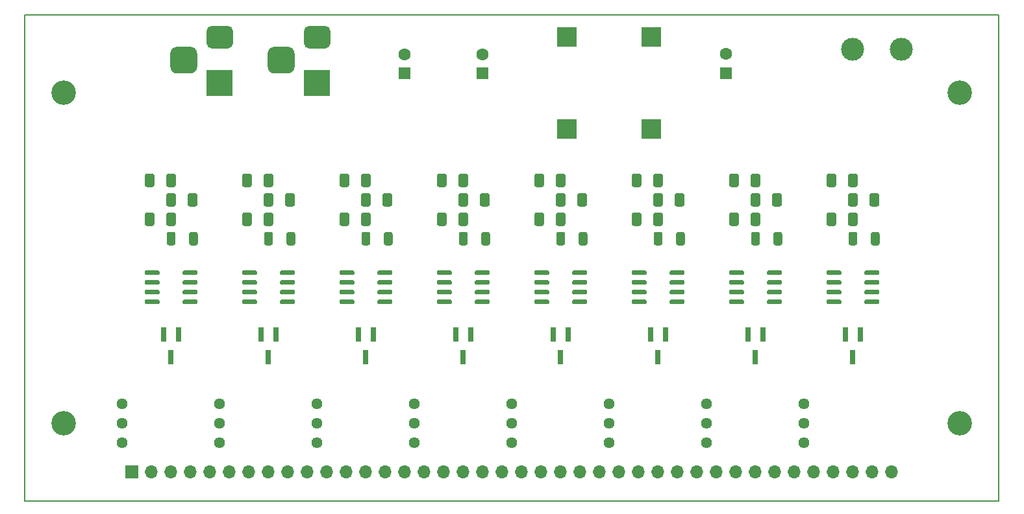
<source format=gbr>
G04 #@! TF.GenerationSoftware,KiCad,Pcbnew,5.1.8+dfsg1-1+b1*
G04 #@! TF.CreationDate,2021-05-07T15:05:44-05:00*
G04 #@! TF.ProjectId,potentiosynth,706f7465-6e74-4696-9f73-796e74682e6b,A*
G04 #@! TF.SameCoordinates,Original*
G04 #@! TF.FileFunction,Soldermask,Top*
G04 #@! TF.FilePolarity,Negative*
%FSLAX46Y46*%
G04 Gerber Fmt 4.6, Leading zero omitted, Abs format (unit mm)*
G04 Created by KiCad (PCBNEW 5.1.8+dfsg1-1+b1) date 2021-05-07 15:05:44*
%MOMM*%
%LPD*%
G01*
G04 APERTURE LIST*
G04 #@! TA.AperFunction,Profile*
%ADD10C,0.150000*%
G04 #@! TD*
%ADD11R,2.500000X2.500000*%
%ADD12C,1.440000*%
%ADD13R,0.800000X1.900000*%
%ADD14R,3.500000X3.500000*%
%ADD15C,3.200000*%
%ADD16O,1.700000X1.700000*%
%ADD17R,1.700000X1.700000*%
%ADD18C,3.000000*%
%ADD19C,1.600000*%
%ADD20R,1.600000X1.600000*%
G04 APERTURE END LIST*
D10*
X50800000Y-127000000D02*
X177800000Y-127000000D01*
X50800000Y-63500000D02*
X177800000Y-63500000D01*
X50800000Y-127000000D02*
X50800000Y-63500000D01*
X177800000Y-127000000D02*
X177800000Y-63500000D01*
D11*
X121500000Y-78390000D03*
X132500000Y-78390000D03*
X132500000Y-66390000D03*
X121500000Y-66390000D03*
G36*
G01*
X160250000Y-97305000D02*
X160250000Y-97005000D01*
G75*
G02*
X160400000Y-96855000I150000J0D01*
G01*
X162050000Y-96855000D01*
G75*
G02*
X162200000Y-97005000I0J-150000D01*
G01*
X162200000Y-97305000D01*
G75*
G02*
X162050000Y-97455000I-150000J0D01*
G01*
X160400000Y-97455000D01*
G75*
G02*
X160250000Y-97305000I0J150000D01*
G01*
G37*
G36*
G01*
X160250000Y-98575000D02*
X160250000Y-98275000D01*
G75*
G02*
X160400000Y-98125000I150000J0D01*
G01*
X162050000Y-98125000D01*
G75*
G02*
X162200000Y-98275000I0J-150000D01*
G01*
X162200000Y-98575000D01*
G75*
G02*
X162050000Y-98725000I-150000J0D01*
G01*
X160400000Y-98725000D01*
G75*
G02*
X160250000Y-98575000I0J150000D01*
G01*
G37*
G36*
G01*
X160250000Y-99845000D02*
X160250000Y-99545000D01*
G75*
G02*
X160400000Y-99395000I150000J0D01*
G01*
X162050000Y-99395000D01*
G75*
G02*
X162200000Y-99545000I0J-150000D01*
G01*
X162200000Y-99845000D01*
G75*
G02*
X162050000Y-99995000I-150000J0D01*
G01*
X160400000Y-99995000D01*
G75*
G02*
X160250000Y-99845000I0J150000D01*
G01*
G37*
G36*
G01*
X160250000Y-101115000D02*
X160250000Y-100815000D01*
G75*
G02*
X160400000Y-100665000I150000J0D01*
G01*
X162050000Y-100665000D01*
G75*
G02*
X162200000Y-100815000I0J-150000D01*
G01*
X162200000Y-101115000D01*
G75*
G02*
X162050000Y-101265000I-150000J0D01*
G01*
X160400000Y-101265000D01*
G75*
G02*
X160250000Y-101115000I0J150000D01*
G01*
G37*
G36*
G01*
X155300000Y-101115000D02*
X155300000Y-100815000D01*
G75*
G02*
X155450000Y-100665000I150000J0D01*
G01*
X157100000Y-100665000D01*
G75*
G02*
X157250000Y-100815000I0J-150000D01*
G01*
X157250000Y-101115000D01*
G75*
G02*
X157100000Y-101265000I-150000J0D01*
G01*
X155450000Y-101265000D01*
G75*
G02*
X155300000Y-101115000I0J150000D01*
G01*
G37*
G36*
G01*
X155300000Y-99845000D02*
X155300000Y-99545000D01*
G75*
G02*
X155450000Y-99395000I150000J0D01*
G01*
X157100000Y-99395000D01*
G75*
G02*
X157250000Y-99545000I0J-150000D01*
G01*
X157250000Y-99845000D01*
G75*
G02*
X157100000Y-99995000I-150000J0D01*
G01*
X155450000Y-99995000D01*
G75*
G02*
X155300000Y-99845000I0J150000D01*
G01*
G37*
G36*
G01*
X155300000Y-98575000D02*
X155300000Y-98275000D01*
G75*
G02*
X155450000Y-98125000I150000J0D01*
G01*
X157100000Y-98125000D01*
G75*
G02*
X157250000Y-98275000I0J-150000D01*
G01*
X157250000Y-98575000D01*
G75*
G02*
X157100000Y-98725000I-150000J0D01*
G01*
X155450000Y-98725000D01*
G75*
G02*
X155300000Y-98575000I0J150000D01*
G01*
G37*
G36*
G01*
X155300000Y-97305000D02*
X155300000Y-97005000D01*
G75*
G02*
X155450000Y-96855000I150000J0D01*
G01*
X157100000Y-96855000D01*
G75*
G02*
X157250000Y-97005000I0J-150000D01*
G01*
X157250000Y-97305000D01*
G75*
G02*
X157100000Y-97455000I-150000J0D01*
G01*
X155450000Y-97455000D01*
G75*
G02*
X155300000Y-97305000I0J150000D01*
G01*
G37*
G36*
G01*
X147550000Y-97305000D02*
X147550000Y-97005000D01*
G75*
G02*
X147700000Y-96855000I150000J0D01*
G01*
X149350000Y-96855000D01*
G75*
G02*
X149500000Y-97005000I0J-150000D01*
G01*
X149500000Y-97305000D01*
G75*
G02*
X149350000Y-97455000I-150000J0D01*
G01*
X147700000Y-97455000D01*
G75*
G02*
X147550000Y-97305000I0J150000D01*
G01*
G37*
G36*
G01*
X147550000Y-98575000D02*
X147550000Y-98275000D01*
G75*
G02*
X147700000Y-98125000I150000J0D01*
G01*
X149350000Y-98125000D01*
G75*
G02*
X149500000Y-98275000I0J-150000D01*
G01*
X149500000Y-98575000D01*
G75*
G02*
X149350000Y-98725000I-150000J0D01*
G01*
X147700000Y-98725000D01*
G75*
G02*
X147550000Y-98575000I0J150000D01*
G01*
G37*
G36*
G01*
X147550000Y-99845000D02*
X147550000Y-99545000D01*
G75*
G02*
X147700000Y-99395000I150000J0D01*
G01*
X149350000Y-99395000D01*
G75*
G02*
X149500000Y-99545000I0J-150000D01*
G01*
X149500000Y-99845000D01*
G75*
G02*
X149350000Y-99995000I-150000J0D01*
G01*
X147700000Y-99995000D01*
G75*
G02*
X147550000Y-99845000I0J150000D01*
G01*
G37*
G36*
G01*
X147550000Y-101115000D02*
X147550000Y-100815000D01*
G75*
G02*
X147700000Y-100665000I150000J0D01*
G01*
X149350000Y-100665000D01*
G75*
G02*
X149500000Y-100815000I0J-150000D01*
G01*
X149500000Y-101115000D01*
G75*
G02*
X149350000Y-101265000I-150000J0D01*
G01*
X147700000Y-101265000D01*
G75*
G02*
X147550000Y-101115000I0J150000D01*
G01*
G37*
G36*
G01*
X142600000Y-101115000D02*
X142600000Y-100815000D01*
G75*
G02*
X142750000Y-100665000I150000J0D01*
G01*
X144400000Y-100665000D01*
G75*
G02*
X144550000Y-100815000I0J-150000D01*
G01*
X144550000Y-101115000D01*
G75*
G02*
X144400000Y-101265000I-150000J0D01*
G01*
X142750000Y-101265000D01*
G75*
G02*
X142600000Y-101115000I0J150000D01*
G01*
G37*
G36*
G01*
X142600000Y-99845000D02*
X142600000Y-99545000D01*
G75*
G02*
X142750000Y-99395000I150000J0D01*
G01*
X144400000Y-99395000D01*
G75*
G02*
X144550000Y-99545000I0J-150000D01*
G01*
X144550000Y-99845000D01*
G75*
G02*
X144400000Y-99995000I-150000J0D01*
G01*
X142750000Y-99995000D01*
G75*
G02*
X142600000Y-99845000I0J150000D01*
G01*
G37*
G36*
G01*
X142600000Y-98575000D02*
X142600000Y-98275000D01*
G75*
G02*
X142750000Y-98125000I150000J0D01*
G01*
X144400000Y-98125000D01*
G75*
G02*
X144550000Y-98275000I0J-150000D01*
G01*
X144550000Y-98575000D01*
G75*
G02*
X144400000Y-98725000I-150000J0D01*
G01*
X142750000Y-98725000D01*
G75*
G02*
X142600000Y-98575000I0J150000D01*
G01*
G37*
G36*
G01*
X142600000Y-97305000D02*
X142600000Y-97005000D01*
G75*
G02*
X142750000Y-96855000I150000J0D01*
G01*
X144400000Y-96855000D01*
G75*
G02*
X144550000Y-97005000I0J-150000D01*
G01*
X144550000Y-97305000D01*
G75*
G02*
X144400000Y-97455000I-150000J0D01*
G01*
X142750000Y-97455000D01*
G75*
G02*
X142600000Y-97305000I0J150000D01*
G01*
G37*
G36*
G01*
X134850000Y-97305000D02*
X134850000Y-97005000D01*
G75*
G02*
X135000000Y-96855000I150000J0D01*
G01*
X136650000Y-96855000D01*
G75*
G02*
X136800000Y-97005000I0J-150000D01*
G01*
X136800000Y-97305000D01*
G75*
G02*
X136650000Y-97455000I-150000J0D01*
G01*
X135000000Y-97455000D01*
G75*
G02*
X134850000Y-97305000I0J150000D01*
G01*
G37*
G36*
G01*
X134850000Y-98575000D02*
X134850000Y-98275000D01*
G75*
G02*
X135000000Y-98125000I150000J0D01*
G01*
X136650000Y-98125000D01*
G75*
G02*
X136800000Y-98275000I0J-150000D01*
G01*
X136800000Y-98575000D01*
G75*
G02*
X136650000Y-98725000I-150000J0D01*
G01*
X135000000Y-98725000D01*
G75*
G02*
X134850000Y-98575000I0J150000D01*
G01*
G37*
G36*
G01*
X134850000Y-99845000D02*
X134850000Y-99545000D01*
G75*
G02*
X135000000Y-99395000I150000J0D01*
G01*
X136650000Y-99395000D01*
G75*
G02*
X136800000Y-99545000I0J-150000D01*
G01*
X136800000Y-99845000D01*
G75*
G02*
X136650000Y-99995000I-150000J0D01*
G01*
X135000000Y-99995000D01*
G75*
G02*
X134850000Y-99845000I0J150000D01*
G01*
G37*
G36*
G01*
X134850000Y-101115000D02*
X134850000Y-100815000D01*
G75*
G02*
X135000000Y-100665000I150000J0D01*
G01*
X136650000Y-100665000D01*
G75*
G02*
X136800000Y-100815000I0J-150000D01*
G01*
X136800000Y-101115000D01*
G75*
G02*
X136650000Y-101265000I-150000J0D01*
G01*
X135000000Y-101265000D01*
G75*
G02*
X134850000Y-101115000I0J150000D01*
G01*
G37*
G36*
G01*
X129900000Y-101115000D02*
X129900000Y-100815000D01*
G75*
G02*
X130050000Y-100665000I150000J0D01*
G01*
X131700000Y-100665000D01*
G75*
G02*
X131850000Y-100815000I0J-150000D01*
G01*
X131850000Y-101115000D01*
G75*
G02*
X131700000Y-101265000I-150000J0D01*
G01*
X130050000Y-101265000D01*
G75*
G02*
X129900000Y-101115000I0J150000D01*
G01*
G37*
G36*
G01*
X129900000Y-99845000D02*
X129900000Y-99545000D01*
G75*
G02*
X130050000Y-99395000I150000J0D01*
G01*
X131700000Y-99395000D01*
G75*
G02*
X131850000Y-99545000I0J-150000D01*
G01*
X131850000Y-99845000D01*
G75*
G02*
X131700000Y-99995000I-150000J0D01*
G01*
X130050000Y-99995000D01*
G75*
G02*
X129900000Y-99845000I0J150000D01*
G01*
G37*
G36*
G01*
X129900000Y-98575000D02*
X129900000Y-98275000D01*
G75*
G02*
X130050000Y-98125000I150000J0D01*
G01*
X131700000Y-98125000D01*
G75*
G02*
X131850000Y-98275000I0J-150000D01*
G01*
X131850000Y-98575000D01*
G75*
G02*
X131700000Y-98725000I-150000J0D01*
G01*
X130050000Y-98725000D01*
G75*
G02*
X129900000Y-98575000I0J150000D01*
G01*
G37*
G36*
G01*
X129900000Y-97305000D02*
X129900000Y-97005000D01*
G75*
G02*
X130050000Y-96855000I150000J0D01*
G01*
X131700000Y-96855000D01*
G75*
G02*
X131850000Y-97005000I0J-150000D01*
G01*
X131850000Y-97305000D01*
G75*
G02*
X131700000Y-97455000I-150000J0D01*
G01*
X130050000Y-97455000D01*
G75*
G02*
X129900000Y-97305000I0J150000D01*
G01*
G37*
G36*
G01*
X122150000Y-97305000D02*
X122150000Y-97005000D01*
G75*
G02*
X122300000Y-96855000I150000J0D01*
G01*
X123950000Y-96855000D01*
G75*
G02*
X124100000Y-97005000I0J-150000D01*
G01*
X124100000Y-97305000D01*
G75*
G02*
X123950000Y-97455000I-150000J0D01*
G01*
X122300000Y-97455000D01*
G75*
G02*
X122150000Y-97305000I0J150000D01*
G01*
G37*
G36*
G01*
X122150000Y-98575000D02*
X122150000Y-98275000D01*
G75*
G02*
X122300000Y-98125000I150000J0D01*
G01*
X123950000Y-98125000D01*
G75*
G02*
X124100000Y-98275000I0J-150000D01*
G01*
X124100000Y-98575000D01*
G75*
G02*
X123950000Y-98725000I-150000J0D01*
G01*
X122300000Y-98725000D01*
G75*
G02*
X122150000Y-98575000I0J150000D01*
G01*
G37*
G36*
G01*
X122150000Y-99845000D02*
X122150000Y-99545000D01*
G75*
G02*
X122300000Y-99395000I150000J0D01*
G01*
X123950000Y-99395000D01*
G75*
G02*
X124100000Y-99545000I0J-150000D01*
G01*
X124100000Y-99845000D01*
G75*
G02*
X123950000Y-99995000I-150000J0D01*
G01*
X122300000Y-99995000D01*
G75*
G02*
X122150000Y-99845000I0J150000D01*
G01*
G37*
G36*
G01*
X122150000Y-101115000D02*
X122150000Y-100815000D01*
G75*
G02*
X122300000Y-100665000I150000J0D01*
G01*
X123950000Y-100665000D01*
G75*
G02*
X124100000Y-100815000I0J-150000D01*
G01*
X124100000Y-101115000D01*
G75*
G02*
X123950000Y-101265000I-150000J0D01*
G01*
X122300000Y-101265000D01*
G75*
G02*
X122150000Y-101115000I0J150000D01*
G01*
G37*
G36*
G01*
X117200000Y-101115000D02*
X117200000Y-100815000D01*
G75*
G02*
X117350000Y-100665000I150000J0D01*
G01*
X119000000Y-100665000D01*
G75*
G02*
X119150000Y-100815000I0J-150000D01*
G01*
X119150000Y-101115000D01*
G75*
G02*
X119000000Y-101265000I-150000J0D01*
G01*
X117350000Y-101265000D01*
G75*
G02*
X117200000Y-101115000I0J150000D01*
G01*
G37*
G36*
G01*
X117200000Y-99845000D02*
X117200000Y-99545000D01*
G75*
G02*
X117350000Y-99395000I150000J0D01*
G01*
X119000000Y-99395000D01*
G75*
G02*
X119150000Y-99545000I0J-150000D01*
G01*
X119150000Y-99845000D01*
G75*
G02*
X119000000Y-99995000I-150000J0D01*
G01*
X117350000Y-99995000D01*
G75*
G02*
X117200000Y-99845000I0J150000D01*
G01*
G37*
G36*
G01*
X117200000Y-98575000D02*
X117200000Y-98275000D01*
G75*
G02*
X117350000Y-98125000I150000J0D01*
G01*
X119000000Y-98125000D01*
G75*
G02*
X119150000Y-98275000I0J-150000D01*
G01*
X119150000Y-98575000D01*
G75*
G02*
X119000000Y-98725000I-150000J0D01*
G01*
X117350000Y-98725000D01*
G75*
G02*
X117200000Y-98575000I0J150000D01*
G01*
G37*
G36*
G01*
X117200000Y-97305000D02*
X117200000Y-97005000D01*
G75*
G02*
X117350000Y-96855000I150000J0D01*
G01*
X119000000Y-96855000D01*
G75*
G02*
X119150000Y-97005000I0J-150000D01*
G01*
X119150000Y-97305000D01*
G75*
G02*
X119000000Y-97455000I-150000J0D01*
G01*
X117350000Y-97455000D01*
G75*
G02*
X117200000Y-97305000I0J150000D01*
G01*
G37*
G36*
G01*
X109450000Y-97305000D02*
X109450000Y-97005000D01*
G75*
G02*
X109600000Y-96855000I150000J0D01*
G01*
X111250000Y-96855000D01*
G75*
G02*
X111400000Y-97005000I0J-150000D01*
G01*
X111400000Y-97305000D01*
G75*
G02*
X111250000Y-97455000I-150000J0D01*
G01*
X109600000Y-97455000D01*
G75*
G02*
X109450000Y-97305000I0J150000D01*
G01*
G37*
G36*
G01*
X109450000Y-98575000D02*
X109450000Y-98275000D01*
G75*
G02*
X109600000Y-98125000I150000J0D01*
G01*
X111250000Y-98125000D01*
G75*
G02*
X111400000Y-98275000I0J-150000D01*
G01*
X111400000Y-98575000D01*
G75*
G02*
X111250000Y-98725000I-150000J0D01*
G01*
X109600000Y-98725000D01*
G75*
G02*
X109450000Y-98575000I0J150000D01*
G01*
G37*
G36*
G01*
X109450000Y-99845000D02*
X109450000Y-99545000D01*
G75*
G02*
X109600000Y-99395000I150000J0D01*
G01*
X111250000Y-99395000D01*
G75*
G02*
X111400000Y-99545000I0J-150000D01*
G01*
X111400000Y-99845000D01*
G75*
G02*
X111250000Y-99995000I-150000J0D01*
G01*
X109600000Y-99995000D01*
G75*
G02*
X109450000Y-99845000I0J150000D01*
G01*
G37*
G36*
G01*
X109450000Y-101115000D02*
X109450000Y-100815000D01*
G75*
G02*
X109600000Y-100665000I150000J0D01*
G01*
X111250000Y-100665000D01*
G75*
G02*
X111400000Y-100815000I0J-150000D01*
G01*
X111400000Y-101115000D01*
G75*
G02*
X111250000Y-101265000I-150000J0D01*
G01*
X109600000Y-101265000D01*
G75*
G02*
X109450000Y-101115000I0J150000D01*
G01*
G37*
G36*
G01*
X104500000Y-101115000D02*
X104500000Y-100815000D01*
G75*
G02*
X104650000Y-100665000I150000J0D01*
G01*
X106300000Y-100665000D01*
G75*
G02*
X106450000Y-100815000I0J-150000D01*
G01*
X106450000Y-101115000D01*
G75*
G02*
X106300000Y-101265000I-150000J0D01*
G01*
X104650000Y-101265000D01*
G75*
G02*
X104500000Y-101115000I0J150000D01*
G01*
G37*
G36*
G01*
X104500000Y-99845000D02*
X104500000Y-99545000D01*
G75*
G02*
X104650000Y-99395000I150000J0D01*
G01*
X106300000Y-99395000D01*
G75*
G02*
X106450000Y-99545000I0J-150000D01*
G01*
X106450000Y-99845000D01*
G75*
G02*
X106300000Y-99995000I-150000J0D01*
G01*
X104650000Y-99995000D01*
G75*
G02*
X104500000Y-99845000I0J150000D01*
G01*
G37*
G36*
G01*
X104500000Y-98575000D02*
X104500000Y-98275000D01*
G75*
G02*
X104650000Y-98125000I150000J0D01*
G01*
X106300000Y-98125000D01*
G75*
G02*
X106450000Y-98275000I0J-150000D01*
G01*
X106450000Y-98575000D01*
G75*
G02*
X106300000Y-98725000I-150000J0D01*
G01*
X104650000Y-98725000D01*
G75*
G02*
X104500000Y-98575000I0J150000D01*
G01*
G37*
G36*
G01*
X104500000Y-97305000D02*
X104500000Y-97005000D01*
G75*
G02*
X104650000Y-96855000I150000J0D01*
G01*
X106300000Y-96855000D01*
G75*
G02*
X106450000Y-97005000I0J-150000D01*
G01*
X106450000Y-97305000D01*
G75*
G02*
X106300000Y-97455000I-150000J0D01*
G01*
X104650000Y-97455000D01*
G75*
G02*
X104500000Y-97305000I0J150000D01*
G01*
G37*
G36*
G01*
X96750000Y-97305000D02*
X96750000Y-97005000D01*
G75*
G02*
X96900000Y-96855000I150000J0D01*
G01*
X98550000Y-96855000D01*
G75*
G02*
X98700000Y-97005000I0J-150000D01*
G01*
X98700000Y-97305000D01*
G75*
G02*
X98550000Y-97455000I-150000J0D01*
G01*
X96900000Y-97455000D01*
G75*
G02*
X96750000Y-97305000I0J150000D01*
G01*
G37*
G36*
G01*
X96750000Y-98575000D02*
X96750000Y-98275000D01*
G75*
G02*
X96900000Y-98125000I150000J0D01*
G01*
X98550000Y-98125000D01*
G75*
G02*
X98700000Y-98275000I0J-150000D01*
G01*
X98700000Y-98575000D01*
G75*
G02*
X98550000Y-98725000I-150000J0D01*
G01*
X96900000Y-98725000D01*
G75*
G02*
X96750000Y-98575000I0J150000D01*
G01*
G37*
G36*
G01*
X96750000Y-99845000D02*
X96750000Y-99545000D01*
G75*
G02*
X96900000Y-99395000I150000J0D01*
G01*
X98550000Y-99395000D01*
G75*
G02*
X98700000Y-99545000I0J-150000D01*
G01*
X98700000Y-99845000D01*
G75*
G02*
X98550000Y-99995000I-150000J0D01*
G01*
X96900000Y-99995000D01*
G75*
G02*
X96750000Y-99845000I0J150000D01*
G01*
G37*
G36*
G01*
X96750000Y-101115000D02*
X96750000Y-100815000D01*
G75*
G02*
X96900000Y-100665000I150000J0D01*
G01*
X98550000Y-100665000D01*
G75*
G02*
X98700000Y-100815000I0J-150000D01*
G01*
X98700000Y-101115000D01*
G75*
G02*
X98550000Y-101265000I-150000J0D01*
G01*
X96900000Y-101265000D01*
G75*
G02*
X96750000Y-101115000I0J150000D01*
G01*
G37*
G36*
G01*
X91800000Y-101115000D02*
X91800000Y-100815000D01*
G75*
G02*
X91950000Y-100665000I150000J0D01*
G01*
X93600000Y-100665000D01*
G75*
G02*
X93750000Y-100815000I0J-150000D01*
G01*
X93750000Y-101115000D01*
G75*
G02*
X93600000Y-101265000I-150000J0D01*
G01*
X91950000Y-101265000D01*
G75*
G02*
X91800000Y-101115000I0J150000D01*
G01*
G37*
G36*
G01*
X91800000Y-99845000D02*
X91800000Y-99545000D01*
G75*
G02*
X91950000Y-99395000I150000J0D01*
G01*
X93600000Y-99395000D01*
G75*
G02*
X93750000Y-99545000I0J-150000D01*
G01*
X93750000Y-99845000D01*
G75*
G02*
X93600000Y-99995000I-150000J0D01*
G01*
X91950000Y-99995000D01*
G75*
G02*
X91800000Y-99845000I0J150000D01*
G01*
G37*
G36*
G01*
X91800000Y-98575000D02*
X91800000Y-98275000D01*
G75*
G02*
X91950000Y-98125000I150000J0D01*
G01*
X93600000Y-98125000D01*
G75*
G02*
X93750000Y-98275000I0J-150000D01*
G01*
X93750000Y-98575000D01*
G75*
G02*
X93600000Y-98725000I-150000J0D01*
G01*
X91950000Y-98725000D01*
G75*
G02*
X91800000Y-98575000I0J150000D01*
G01*
G37*
G36*
G01*
X91800000Y-97305000D02*
X91800000Y-97005000D01*
G75*
G02*
X91950000Y-96855000I150000J0D01*
G01*
X93600000Y-96855000D01*
G75*
G02*
X93750000Y-97005000I0J-150000D01*
G01*
X93750000Y-97305000D01*
G75*
G02*
X93600000Y-97455000I-150000J0D01*
G01*
X91950000Y-97455000D01*
G75*
G02*
X91800000Y-97305000I0J150000D01*
G01*
G37*
G36*
G01*
X84050000Y-97305000D02*
X84050000Y-97005000D01*
G75*
G02*
X84200000Y-96855000I150000J0D01*
G01*
X85850000Y-96855000D01*
G75*
G02*
X86000000Y-97005000I0J-150000D01*
G01*
X86000000Y-97305000D01*
G75*
G02*
X85850000Y-97455000I-150000J0D01*
G01*
X84200000Y-97455000D01*
G75*
G02*
X84050000Y-97305000I0J150000D01*
G01*
G37*
G36*
G01*
X84050000Y-98575000D02*
X84050000Y-98275000D01*
G75*
G02*
X84200000Y-98125000I150000J0D01*
G01*
X85850000Y-98125000D01*
G75*
G02*
X86000000Y-98275000I0J-150000D01*
G01*
X86000000Y-98575000D01*
G75*
G02*
X85850000Y-98725000I-150000J0D01*
G01*
X84200000Y-98725000D01*
G75*
G02*
X84050000Y-98575000I0J150000D01*
G01*
G37*
G36*
G01*
X84050000Y-99845000D02*
X84050000Y-99545000D01*
G75*
G02*
X84200000Y-99395000I150000J0D01*
G01*
X85850000Y-99395000D01*
G75*
G02*
X86000000Y-99545000I0J-150000D01*
G01*
X86000000Y-99845000D01*
G75*
G02*
X85850000Y-99995000I-150000J0D01*
G01*
X84200000Y-99995000D01*
G75*
G02*
X84050000Y-99845000I0J150000D01*
G01*
G37*
G36*
G01*
X84050000Y-101115000D02*
X84050000Y-100815000D01*
G75*
G02*
X84200000Y-100665000I150000J0D01*
G01*
X85850000Y-100665000D01*
G75*
G02*
X86000000Y-100815000I0J-150000D01*
G01*
X86000000Y-101115000D01*
G75*
G02*
X85850000Y-101265000I-150000J0D01*
G01*
X84200000Y-101265000D01*
G75*
G02*
X84050000Y-101115000I0J150000D01*
G01*
G37*
G36*
G01*
X79100000Y-101115000D02*
X79100000Y-100815000D01*
G75*
G02*
X79250000Y-100665000I150000J0D01*
G01*
X80900000Y-100665000D01*
G75*
G02*
X81050000Y-100815000I0J-150000D01*
G01*
X81050000Y-101115000D01*
G75*
G02*
X80900000Y-101265000I-150000J0D01*
G01*
X79250000Y-101265000D01*
G75*
G02*
X79100000Y-101115000I0J150000D01*
G01*
G37*
G36*
G01*
X79100000Y-99845000D02*
X79100000Y-99545000D01*
G75*
G02*
X79250000Y-99395000I150000J0D01*
G01*
X80900000Y-99395000D01*
G75*
G02*
X81050000Y-99545000I0J-150000D01*
G01*
X81050000Y-99845000D01*
G75*
G02*
X80900000Y-99995000I-150000J0D01*
G01*
X79250000Y-99995000D01*
G75*
G02*
X79100000Y-99845000I0J150000D01*
G01*
G37*
G36*
G01*
X79100000Y-98575000D02*
X79100000Y-98275000D01*
G75*
G02*
X79250000Y-98125000I150000J0D01*
G01*
X80900000Y-98125000D01*
G75*
G02*
X81050000Y-98275000I0J-150000D01*
G01*
X81050000Y-98575000D01*
G75*
G02*
X80900000Y-98725000I-150000J0D01*
G01*
X79250000Y-98725000D01*
G75*
G02*
X79100000Y-98575000I0J150000D01*
G01*
G37*
G36*
G01*
X79100000Y-97305000D02*
X79100000Y-97005000D01*
G75*
G02*
X79250000Y-96855000I150000J0D01*
G01*
X80900000Y-96855000D01*
G75*
G02*
X81050000Y-97005000I0J-150000D01*
G01*
X81050000Y-97305000D01*
G75*
G02*
X80900000Y-97455000I-150000J0D01*
G01*
X79250000Y-97455000D01*
G75*
G02*
X79100000Y-97305000I0J150000D01*
G01*
G37*
G36*
G01*
X71350000Y-97305000D02*
X71350000Y-97005000D01*
G75*
G02*
X71500000Y-96855000I150000J0D01*
G01*
X73150000Y-96855000D01*
G75*
G02*
X73300000Y-97005000I0J-150000D01*
G01*
X73300000Y-97305000D01*
G75*
G02*
X73150000Y-97455000I-150000J0D01*
G01*
X71500000Y-97455000D01*
G75*
G02*
X71350000Y-97305000I0J150000D01*
G01*
G37*
G36*
G01*
X71350000Y-98575000D02*
X71350000Y-98275000D01*
G75*
G02*
X71500000Y-98125000I150000J0D01*
G01*
X73150000Y-98125000D01*
G75*
G02*
X73300000Y-98275000I0J-150000D01*
G01*
X73300000Y-98575000D01*
G75*
G02*
X73150000Y-98725000I-150000J0D01*
G01*
X71500000Y-98725000D01*
G75*
G02*
X71350000Y-98575000I0J150000D01*
G01*
G37*
G36*
G01*
X71350000Y-99845000D02*
X71350000Y-99545000D01*
G75*
G02*
X71500000Y-99395000I150000J0D01*
G01*
X73150000Y-99395000D01*
G75*
G02*
X73300000Y-99545000I0J-150000D01*
G01*
X73300000Y-99845000D01*
G75*
G02*
X73150000Y-99995000I-150000J0D01*
G01*
X71500000Y-99995000D01*
G75*
G02*
X71350000Y-99845000I0J150000D01*
G01*
G37*
G36*
G01*
X71350000Y-101115000D02*
X71350000Y-100815000D01*
G75*
G02*
X71500000Y-100665000I150000J0D01*
G01*
X73150000Y-100665000D01*
G75*
G02*
X73300000Y-100815000I0J-150000D01*
G01*
X73300000Y-101115000D01*
G75*
G02*
X73150000Y-101265000I-150000J0D01*
G01*
X71500000Y-101265000D01*
G75*
G02*
X71350000Y-101115000I0J150000D01*
G01*
G37*
G36*
G01*
X66400000Y-101115000D02*
X66400000Y-100815000D01*
G75*
G02*
X66550000Y-100665000I150000J0D01*
G01*
X68200000Y-100665000D01*
G75*
G02*
X68350000Y-100815000I0J-150000D01*
G01*
X68350000Y-101115000D01*
G75*
G02*
X68200000Y-101265000I-150000J0D01*
G01*
X66550000Y-101265000D01*
G75*
G02*
X66400000Y-101115000I0J150000D01*
G01*
G37*
G36*
G01*
X66400000Y-99845000D02*
X66400000Y-99545000D01*
G75*
G02*
X66550000Y-99395000I150000J0D01*
G01*
X68200000Y-99395000D01*
G75*
G02*
X68350000Y-99545000I0J-150000D01*
G01*
X68350000Y-99845000D01*
G75*
G02*
X68200000Y-99995000I-150000J0D01*
G01*
X66550000Y-99995000D01*
G75*
G02*
X66400000Y-99845000I0J150000D01*
G01*
G37*
G36*
G01*
X66400000Y-98575000D02*
X66400000Y-98275000D01*
G75*
G02*
X66550000Y-98125000I150000J0D01*
G01*
X68200000Y-98125000D01*
G75*
G02*
X68350000Y-98275000I0J-150000D01*
G01*
X68350000Y-98575000D01*
G75*
G02*
X68200000Y-98725000I-150000J0D01*
G01*
X66550000Y-98725000D01*
G75*
G02*
X66400000Y-98575000I0J150000D01*
G01*
G37*
G36*
G01*
X66400000Y-97305000D02*
X66400000Y-97005000D01*
G75*
G02*
X66550000Y-96855000I150000J0D01*
G01*
X68200000Y-96855000D01*
G75*
G02*
X68350000Y-97005000I0J-150000D01*
G01*
X68350000Y-97305000D01*
G75*
G02*
X68200000Y-97455000I-150000J0D01*
G01*
X66550000Y-97455000D01*
G75*
G02*
X66400000Y-97305000I0J150000D01*
G01*
G37*
D12*
X114300000Y-119380000D03*
X114300000Y-116840000D03*
X114300000Y-114300000D03*
X63500000Y-119380000D03*
X63500000Y-116840000D03*
X63500000Y-114300000D03*
D13*
X158750000Y-108180000D03*
X157800000Y-105180000D03*
X159700000Y-105180000D03*
X146050000Y-108180000D03*
X145100000Y-105180000D03*
X147000000Y-105180000D03*
X133350000Y-108180000D03*
X132400000Y-105180000D03*
X134300000Y-105180000D03*
X120650000Y-108180000D03*
X119700000Y-105180000D03*
X121600000Y-105180000D03*
X107950000Y-108180000D03*
X107000000Y-105180000D03*
X108900000Y-105180000D03*
X95250000Y-108180000D03*
X94300000Y-105180000D03*
X96200000Y-105180000D03*
X82550000Y-108180000D03*
X81600000Y-105180000D03*
X83500000Y-105180000D03*
X69850000Y-108180000D03*
X68900000Y-105180000D03*
X70800000Y-105180000D03*
G36*
G01*
X161112500Y-93335001D02*
X161112500Y-92084999D01*
G75*
G02*
X161362499Y-91835000I249999J0D01*
G01*
X161987501Y-91835000D01*
G75*
G02*
X162237500Y-92084999I0J-249999D01*
G01*
X162237500Y-93335001D01*
G75*
G02*
X161987501Y-93585000I-249999J0D01*
G01*
X161362499Y-93585000D01*
G75*
G02*
X161112500Y-93335001I0J249999D01*
G01*
G37*
G36*
G01*
X158187500Y-93335001D02*
X158187500Y-92084999D01*
G75*
G02*
X158437499Y-91835000I249999J0D01*
G01*
X159062501Y-91835000D01*
G75*
G02*
X159312500Y-92084999I0J-249999D01*
G01*
X159312500Y-93335001D01*
G75*
G02*
X159062501Y-93585000I-249999J0D01*
G01*
X158437499Y-93585000D01*
G75*
G02*
X158187500Y-93335001I0J249999D01*
G01*
G37*
G36*
G01*
X148412500Y-93335001D02*
X148412500Y-92084999D01*
G75*
G02*
X148662499Y-91835000I249999J0D01*
G01*
X149287501Y-91835000D01*
G75*
G02*
X149537500Y-92084999I0J-249999D01*
G01*
X149537500Y-93335001D01*
G75*
G02*
X149287501Y-93585000I-249999J0D01*
G01*
X148662499Y-93585000D01*
G75*
G02*
X148412500Y-93335001I0J249999D01*
G01*
G37*
G36*
G01*
X145487500Y-93335001D02*
X145487500Y-92084999D01*
G75*
G02*
X145737499Y-91835000I249999J0D01*
G01*
X146362501Y-91835000D01*
G75*
G02*
X146612500Y-92084999I0J-249999D01*
G01*
X146612500Y-93335001D01*
G75*
G02*
X146362501Y-93585000I-249999J0D01*
G01*
X145737499Y-93585000D01*
G75*
G02*
X145487500Y-93335001I0J249999D01*
G01*
G37*
G36*
G01*
X135712500Y-93335001D02*
X135712500Y-92084999D01*
G75*
G02*
X135962499Y-91835000I249999J0D01*
G01*
X136587501Y-91835000D01*
G75*
G02*
X136837500Y-92084999I0J-249999D01*
G01*
X136837500Y-93335001D01*
G75*
G02*
X136587501Y-93585000I-249999J0D01*
G01*
X135962499Y-93585000D01*
G75*
G02*
X135712500Y-93335001I0J249999D01*
G01*
G37*
G36*
G01*
X132787500Y-93335001D02*
X132787500Y-92084999D01*
G75*
G02*
X133037499Y-91835000I249999J0D01*
G01*
X133662501Y-91835000D01*
G75*
G02*
X133912500Y-92084999I0J-249999D01*
G01*
X133912500Y-93335001D01*
G75*
G02*
X133662501Y-93585000I-249999J0D01*
G01*
X133037499Y-93585000D01*
G75*
G02*
X132787500Y-93335001I0J249999D01*
G01*
G37*
G36*
G01*
X123012500Y-93335001D02*
X123012500Y-92084999D01*
G75*
G02*
X123262499Y-91835000I249999J0D01*
G01*
X123887501Y-91835000D01*
G75*
G02*
X124137500Y-92084999I0J-249999D01*
G01*
X124137500Y-93335001D01*
G75*
G02*
X123887501Y-93585000I-249999J0D01*
G01*
X123262499Y-93585000D01*
G75*
G02*
X123012500Y-93335001I0J249999D01*
G01*
G37*
G36*
G01*
X120087500Y-93335001D02*
X120087500Y-92084999D01*
G75*
G02*
X120337499Y-91835000I249999J0D01*
G01*
X120962501Y-91835000D01*
G75*
G02*
X121212500Y-92084999I0J-249999D01*
G01*
X121212500Y-93335001D01*
G75*
G02*
X120962501Y-93585000I-249999J0D01*
G01*
X120337499Y-93585000D01*
G75*
G02*
X120087500Y-93335001I0J249999D01*
G01*
G37*
G36*
G01*
X110312500Y-93335001D02*
X110312500Y-92084999D01*
G75*
G02*
X110562499Y-91835000I249999J0D01*
G01*
X111187501Y-91835000D01*
G75*
G02*
X111437500Y-92084999I0J-249999D01*
G01*
X111437500Y-93335001D01*
G75*
G02*
X111187501Y-93585000I-249999J0D01*
G01*
X110562499Y-93585000D01*
G75*
G02*
X110312500Y-93335001I0J249999D01*
G01*
G37*
G36*
G01*
X107387500Y-93335001D02*
X107387500Y-92084999D01*
G75*
G02*
X107637499Y-91835000I249999J0D01*
G01*
X108262501Y-91835000D01*
G75*
G02*
X108512500Y-92084999I0J-249999D01*
G01*
X108512500Y-93335001D01*
G75*
G02*
X108262501Y-93585000I-249999J0D01*
G01*
X107637499Y-93585000D01*
G75*
G02*
X107387500Y-93335001I0J249999D01*
G01*
G37*
G36*
G01*
X97612500Y-93335001D02*
X97612500Y-92084999D01*
G75*
G02*
X97862499Y-91835000I249999J0D01*
G01*
X98487501Y-91835000D01*
G75*
G02*
X98737500Y-92084999I0J-249999D01*
G01*
X98737500Y-93335001D01*
G75*
G02*
X98487501Y-93585000I-249999J0D01*
G01*
X97862499Y-93585000D01*
G75*
G02*
X97612500Y-93335001I0J249999D01*
G01*
G37*
G36*
G01*
X94687500Y-93335001D02*
X94687500Y-92084999D01*
G75*
G02*
X94937499Y-91835000I249999J0D01*
G01*
X95562501Y-91835000D01*
G75*
G02*
X95812500Y-92084999I0J-249999D01*
G01*
X95812500Y-93335001D01*
G75*
G02*
X95562501Y-93585000I-249999J0D01*
G01*
X94937499Y-93585000D01*
G75*
G02*
X94687500Y-93335001I0J249999D01*
G01*
G37*
G36*
G01*
X84912500Y-93335001D02*
X84912500Y-92084999D01*
G75*
G02*
X85162499Y-91835000I249999J0D01*
G01*
X85787501Y-91835000D01*
G75*
G02*
X86037500Y-92084999I0J-249999D01*
G01*
X86037500Y-93335001D01*
G75*
G02*
X85787501Y-93585000I-249999J0D01*
G01*
X85162499Y-93585000D01*
G75*
G02*
X84912500Y-93335001I0J249999D01*
G01*
G37*
G36*
G01*
X81987500Y-93335001D02*
X81987500Y-92084999D01*
G75*
G02*
X82237499Y-91835000I249999J0D01*
G01*
X82862501Y-91835000D01*
G75*
G02*
X83112500Y-92084999I0J-249999D01*
G01*
X83112500Y-93335001D01*
G75*
G02*
X82862501Y-93585000I-249999J0D01*
G01*
X82237499Y-93585000D01*
G75*
G02*
X81987500Y-93335001I0J249999D01*
G01*
G37*
G36*
G01*
X72212500Y-93335001D02*
X72212500Y-92084999D01*
G75*
G02*
X72462499Y-91835000I249999J0D01*
G01*
X73087501Y-91835000D01*
G75*
G02*
X73337500Y-92084999I0J-249999D01*
G01*
X73337500Y-93335001D01*
G75*
G02*
X73087501Y-93585000I-249999J0D01*
G01*
X72462499Y-93585000D01*
G75*
G02*
X72212500Y-93335001I0J249999D01*
G01*
G37*
G36*
G01*
X69287500Y-93335001D02*
X69287500Y-92084999D01*
G75*
G02*
X69537499Y-91835000I249999J0D01*
G01*
X70162501Y-91835000D01*
G75*
G02*
X70412500Y-92084999I0J-249999D01*
G01*
X70412500Y-93335001D01*
G75*
G02*
X70162501Y-93585000I-249999J0D01*
G01*
X69537499Y-93585000D01*
G75*
G02*
X69287500Y-93335001I0J249999D01*
G01*
G37*
D12*
X127000000Y-119380000D03*
X127000000Y-116840000D03*
X127000000Y-114300000D03*
X88900000Y-119380000D03*
X88900000Y-116840000D03*
X88900000Y-114300000D03*
X76200000Y-119380000D03*
X76200000Y-116840000D03*
X76200000Y-114300000D03*
X101600000Y-119380000D03*
X101600000Y-116840000D03*
X101600000Y-114300000D03*
X152400000Y-119380000D03*
X152400000Y-116840000D03*
X152400000Y-114300000D03*
X139700000Y-119380000D03*
X139700000Y-116840000D03*
X139700000Y-114300000D03*
G36*
G01*
X156575000Y-84465000D02*
X156575000Y-85715000D01*
G75*
G02*
X156325000Y-85965000I-250000J0D01*
G01*
X155575000Y-85965000D01*
G75*
G02*
X155325000Y-85715000I0J250000D01*
G01*
X155325000Y-84465000D01*
G75*
G02*
X155575000Y-84215000I250000J0D01*
G01*
X156325000Y-84215000D01*
G75*
G02*
X156575000Y-84465000I0J-250000D01*
G01*
G37*
G36*
G01*
X159375000Y-84465000D02*
X159375000Y-85715000D01*
G75*
G02*
X159125000Y-85965000I-250000J0D01*
G01*
X158375000Y-85965000D01*
G75*
G02*
X158125000Y-85715000I0J250000D01*
G01*
X158125000Y-84465000D01*
G75*
G02*
X158375000Y-84215000I250000J0D01*
G01*
X159125000Y-84215000D01*
G75*
G02*
X159375000Y-84465000I0J-250000D01*
G01*
G37*
G36*
G01*
X143875000Y-84465000D02*
X143875000Y-85715000D01*
G75*
G02*
X143625000Y-85965000I-250000J0D01*
G01*
X142875000Y-85965000D01*
G75*
G02*
X142625000Y-85715000I0J250000D01*
G01*
X142625000Y-84465000D01*
G75*
G02*
X142875000Y-84215000I250000J0D01*
G01*
X143625000Y-84215000D01*
G75*
G02*
X143875000Y-84465000I0J-250000D01*
G01*
G37*
G36*
G01*
X146675000Y-84465000D02*
X146675000Y-85715000D01*
G75*
G02*
X146425000Y-85965000I-250000J0D01*
G01*
X145675000Y-85965000D01*
G75*
G02*
X145425000Y-85715000I0J250000D01*
G01*
X145425000Y-84465000D01*
G75*
G02*
X145675000Y-84215000I250000J0D01*
G01*
X146425000Y-84215000D01*
G75*
G02*
X146675000Y-84465000I0J-250000D01*
G01*
G37*
G36*
G01*
X131175000Y-84465000D02*
X131175000Y-85715000D01*
G75*
G02*
X130925000Y-85965000I-250000J0D01*
G01*
X130175000Y-85965000D01*
G75*
G02*
X129925000Y-85715000I0J250000D01*
G01*
X129925000Y-84465000D01*
G75*
G02*
X130175000Y-84215000I250000J0D01*
G01*
X130925000Y-84215000D01*
G75*
G02*
X131175000Y-84465000I0J-250000D01*
G01*
G37*
G36*
G01*
X133975000Y-84465000D02*
X133975000Y-85715000D01*
G75*
G02*
X133725000Y-85965000I-250000J0D01*
G01*
X132975000Y-85965000D01*
G75*
G02*
X132725000Y-85715000I0J250000D01*
G01*
X132725000Y-84465000D01*
G75*
G02*
X132975000Y-84215000I250000J0D01*
G01*
X133725000Y-84215000D01*
G75*
G02*
X133975000Y-84465000I0J-250000D01*
G01*
G37*
G36*
G01*
X118475000Y-84465000D02*
X118475000Y-85715000D01*
G75*
G02*
X118225000Y-85965000I-250000J0D01*
G01*
X117475000Y-85965000D01*
G75*
G02*
X117225000Y-85715000I0J250000D01*
G01*
X117225000Y-84465000D01*
G75*
G02*
X117475000Y-84215000I250000J0D01*
G01*
X118225000Y-84215000D01*
G75*
G02*
X118475000Y-84465000I0J-250000D01*
G01*
G37*
G36*
G01*
X121275000Y-84465000D02*
X121275000Y-85715000D01*
G75*
G02*
X121025000Y-85965000I-250000J0D01*
G01*
X120275000Y-85965000D01*
G75*
G02*
X120025000Y-85715000I0J250000D01*
G01*
X120025000Y-84465000D01*
G75*
G02*
X120275000Y-84215000I250000J0D01*
G01*
X121025000Y-84215000D01*
G75*
G02*
X121275000Y-84465000I0J-250000D01*
G01*
G37*
G36*
G01*
X105775000Y-84465000D02*
X105775000Y-85715000D01*
G75*
G02*
X105525000Y-85965000I-250000J0D01*
G01*
X104775000Y-85965000D01*
G75*
G02*
X104525000Y-85715000I0J250000D01*
G01*
X104525000Y-84465000D01*
G75*
G02*
X104775000Y-84215000I250000J0D01*
G01*
X105525000Y-84215000D01*
G75*
G02*
X105775000Y-84465000I0J-250000D01*
G01*
G37*
G36*
G01*
X108575000Y-84465000D02*
X108575000Y-85715000D01*
G75*
G02*
X108325000Y-85965000I-250000J0D01*
G01*
X107575000Y-85965000D01*
G75*
G02*
X107325000Y-85715000I0J250000D01*
G01*
X107325000Y-84465000D01*
G75*
G02*
X107575000Y-84215000I250000J0D01*
G01*
X108325000Y-84215000D01*
G75*
G02*
X108575000Y-84465000I0J-250000D01*
G01*
G37*
G36*
G01*
X93075000Y-84465000D02*
X93075000Y-85715000D01*
G75*
G02*
X92825000Y-85965000I-250000J0D01*
G01*
X92075000Y-85965000D01*
G75*
G02*
X91825000Y-85715000I0J250000D01*
G01*
X91825000Y-84465000D01*
G75*
G02*
X92075000Y-84215000I250000J0D01*
G01*
X92825000Y-84215000D01*
G75*
G02*
X93075000Y-84465000I0J-250000D01*
G01*
G37*
G36*
G01*
X95875000Y-84465000D02*
X95875000Y-85715000D01*
G75*
G02*
X95625000Y-85965000I-250000J0D01*
G01*
X94875000Y-85965000D01*
G75*
G02*
X94625000Y-85715000I0J250000D01*
G01*
X94625000Y-84465000D01*
G75*
G02*
X94875000Y-84215000I250000J0D01*
G01*
X95625000Y-84215000D01*
G75*
G02*
X95875000Y-84465000I0J-250000D01*
G01*
G37*
G36*
G01*
X80375000Y-84465000D02*
X80375000Y-85715000D01*
G75*
G02*
X80125000Y-85965000I-250000J0D01*
G01*
X79375000Y-85965000D01*
G75*
G02*
X79125000Y-85715000I0J250000D01*
G01*
X79125000Y-84465000D01*
G75*
G02*
X79375000Y-84215000I250000J0D01*
G01*
X80125000Y-84215000D01*
G75*
G02*
X80375000Y-84465000I0J-250000D01*
G01*
G37*
G36*
G01*
X83175000Y-84465000D02*
X83175000Y-85715000D01*
G75*
G02*
X82925000Y-85965000I-250000J0D01*
G01*
X82175000Y-85965000D01*
G75*
G02*
X81925000Y-85715000I0J250000D01*
G01*
X81925000Y-84465000D01*
G75*
G02*
X82175000Y-84215000I250000J0D01*
G01*
X82925000Y-84215000D01*
G75*
G02*
X83175000Y-84465000I0J-250000D01*
G01*
G37*
G36*
G01*
X67675000Y-84465000D02*
X67675000Y-85715000D01*
G75*
G02*
X67425000Y-85965000I-250000J0D01*
G01*
X66675000Y-85965000D01*
G75*
G02*
X66425000Y-85715000I0J250000D01*
G01*
X66425000Y-84465000D01*
G75*
G02*
X66675000Y-84215000I250000J0D01*
G01*
X67425000Y-84215000D01*
G75*
G02*
X67675000Y-84465000I0J-250000D01*
G01*
G37*
G36*
G01*
X70475000Y-84465000D02*
X70475000Y-85715000D01*
G75*
G02*
X70225000Y-85965000I-250000J0D01*
G01*
X69475000Y-85965000D01*
G75*
G02*
X69225000Y-85715000I0J250000D01*
G01*
X69225000Y-84465000D01*
G75*
G02*
X69475000Y-84215000I250000J0D01*
G01*
X70225000Y-84215000D01*
G75*
G02*
X70475000Y-84465000I0J-250000D01*
G01*
G37*
G36*
G01*
X156575000Y-89545000D02*
X156575000Y-90795000D01*
G75*
G02*
X156325000Y-91045000I-250000J0D01*
G01*
X155575000Y-91045000D01*
G75*
G02*
X155325000Y-90795000I0J250000D01*
G01*
X155325000Y-89545000D01*
G75*
G02*
X155575000Y-89295000I250000J0D01*
G01*
X156325000Y-89295000D01*
G75*
G02*
X156575000Y-89545000I0J-250000D01*
G01*
G37*
G36*
G01*
X159375000Y-89545000D02*
X159375000Y-90795000D01*
G75*
G02*
X159125000Y-91045000I-250000J0D01*
G01*
X158375000Y-91045000D01*
G75*
G02*
X158125000Y-90795000I0J250000D01*
G01*
X158125000Y-89545000D01*
G75*
G02*
X158375000Y-89295000I250000J0D01*
G01*
X159125000Y-89295000D01*
G75*
G02*
X159375000Y-89545000I0J-250000D01*
G01*
G37*
G36*
G01*
X143875000Y-89545000D02*
X143875000Y-90795000D01*
G75*
G02*
X143625000Y-91045000I-250000J0D01*
G01*
X142875000Y-91045000D01*
G75*
G02*
X142625000Y-90795000I0J250000D01*
G01*
X142625000Y-89545000D01*
G75*
G02*
X142875000Y-89295000I250000J0D01*
G01*
X143625000Y-89295000D01*
G75*
G02*
X143875000Y-89545000I0J-250000D01*
G01*
G37*
G36*
G01*
X146675000Y-89545000D02*
X146675000Y-90795000D01*
G75*
G02*
X146425000Y-91045000I-250000J0D01*
G01*
X145675000Y-91045000D01*
G75*
G02*
X145425000Y-90795000I0J250000D01*
G01*
X145425000Y-89545000D01*
G75*
G02*
X145675000Y-89295000I250000J0D01*
G01*
X146425000Y-89295000D01*
G75*
G02*
X146675000Y-89545000I0J-250000D01*
G01*
G37*
G36*
G01*
X131175000Y-89545000D02*
X131175000Y-90795000D01*
G75*
G02*
X130925000Y-91045000I-250000J0D01*
G01*
X130175000Y-91045000D01*
G75*
G02*
X129925000Y-90795000I0J250000D01*
G01*
X129925000Y-89545000D01*
G75*
G02*
X130175000Y-89295000I250000J0D01*
G01*
X130925000Y-89295000D01*
G75*
G02*
X131175000Y-89545000I0J-250000D01*
G01*
G37*
G36*
G01*
X133975000Y-89545000D02*
X133975000Y-90795000D01*
G75*
G02*
X133725000Y-91045000I-250000J0D01*
G01*
X132975000Y-91045000D01*
G75*
G02*
X132725000Y-90795000I0J250000D01*
G01*
X132725000Y-89545000D01*
G75*
G02*
X132975000Y-89295000I250000J0D01*
G01*
X133725000Y-89295000D01*
G75*
G02*
X133975000Y-89545000I0J-250000D01*
G01*
G37*
G36*
G01*
X118475000Y-89545000D02*
X118475000Y-90795000D01*
G75*
G02*
X118225000Y-91045000I-250000J0D01*
G01*
X117475000Y-91045000D01*
G75*
G02*
X117225000Y-90795000I0J250000D01*
G01*
X117225000Y-89545000D01*
G75*
G02*
X117475000Y-89295000I250000J0D01*
G01*
X118225000Y-89295000D01*
G75*
G02*
X118475000Y-89545000I0J-250000D01*
G01*
G37*
G36*
G01*
X121275000Y-89545000D02*
X121275000Y-90795000D01*
G75*
G02*
X121025000Y-91045000I-250000J0D01*
G01*
X120275000Y-91045000D01*
G75*
G02*
X120025000Y-90795000I0J250000D01*
G01*
X120025000Y-89545000D01*
G75*
G02*
X120275000Y-89295000I250000J0D01*
G01*
X121025000Y-89295000D01*
G75*
G02*
X121275000Y-89545000I0J-250000D01*
G01*
G37*
G36*
G01*
X105775000Y-89545000D02*
X105775000Y-90795000D01*
G75*
G02*
X105525000Y-91045000I-250000J0D01*
G01*
X104775000Y-91045000D01*
G75*
G02*
X104525000Y-90795000I0J250000D01*
G01*
X104525000Y-89545000D01*
G75*
G02*
X104775000Y-89295000I250000J0D01*
G01*
X105525000Y-89295000D01*
G75*
G02*
X105775000Y-89545000I0J-250000D01*
G01*
G37*
G36*
G01*
X108575000Y-89545000D02*
X108575000Y-90795000D01*
G75*
G02*
X108325000Y-91045000I-250000J0D01*
G01*
X107575000Y-91045000D01*
G75*
G02*
X107325000Y-90795000I0J250000D01*
G01*
X107325000Y-89545000D01*
G75*
G02*
X107575000Y-89295000I250000J0D01*
G01*
X108325000Y-89295000D01*
G75*
G02*
X108575000Y-89545000I0J-250000D01*
G01*
G37*
G36*
G01*
X93075000Y-89545000D02*
X93075000Y-90795000D01*
G75*
G02*
X92825000Y-91045000I-250000J0D01*
G01*
X92075000Y-91045000D01*
G75*
G02*
X91825000Y-90795000I0J250000D01*
G01*
X91825000Y-89545000D01*
G75*
G02*
X92075000Y-89295000I250000J0D01*
G01*
X92825000Y-89295000D01*
G75*
G02*
X93075000Y-89545000I0J-250000D01*
G01*
G37*
G36*
G01*
X95875000Y-89545000D02*
X95875000Y-90795000D01*
G75*
G02*
X95625000Y-91045000I-250000J0D01*
G01*
X94875000Y-91045000D01*
G75*
G02*
X94625000Y-90795000I0J250000D01*
G01*
X94625000Y-89545000D01*
G75*
G02*
X94875000Y-89295000I250000J0D01*
G01*
X95625000Y-89295000D01*
G75*
G02*
X95875000Y-89545000I0J-250000D01*
G01*
G37*
G36*
G01*
X80375000Y-89545000D02*
X80375000Y-90795000D01*
G75*
G02*
X80125000Y-91045000I-250000J0D01*
G01*
X79375000Y-91045000D01*
G75*
G02*
X79125000Y-90795000I0J250000D01*
G01*
X79125000Y-89545000D01*
G75*
G02*
X79375000Y-89295000I250000J0D01*
G01*
X80125000Y-89295000D01*
G75*
G02*
X80375000Y-89545000I0J-250000D01*
G01*
G37*
G36*
G01*
X83175000Y-89545000D02*
X83175000Y-90795000D01*
G75*
G02*
X82925000Y-91045000I-250000J0D01*
G01*
X82175000Y-91045000D01*
G75*
G02*
X81925000Y-90795000I0J250000D01*
G01*
X81925000Y-89545000D01*
G75*
G02*
X82175000Y-89295000I250000J0D01*
G01*
X82925000Y-89295000D01*
G75*
G02*
X83175000Y-89545000I0J-250000D01*
G01*
G37*
G36*
G01*
X67675000Y-89545000D02*
X67675000Y-90795000D01*
G75*
G02*
X67425000Y-91045000I-250000J0D01*
G01*
X66675000Y-91045000D01*
G75*
G02*
X66425000Y-90795000I0J250000D01*
G01*
X66425000Y-89545000D01*
G75*
G02*
X66675000Y-89295000I250000J0D01*
G01*
X67425000Y-89295000D01*
G75*
G02*
X67675000Y-89545000I0J-250000D01*
G01*
G37*
G36*
G01*
X70475000Y-89545000D02*
X70475000Y-90795000D01*
G75*
G02*
X70225000Y-91045000I-250000J0D01*
G01*
X69475000Y-91045000D01*
G75*
G02*
X69225000Y-90795000I0J250000D01*
G01*
X69225000Y-89545000D01*
G75*
G02*
X69475000Y-89295000I250000J0D01*
G01*
X70225000Y-89295000D01*
G75*
G02*
X70475000Y-89545000I0J-250000D01*
G01*
G37*
G36*
G01*
X159375000Y-87005000D02*
X159375000Y-88255000D01*
G75*
G02*
X159125000Y-88505000I-250000J0D01*
G01*
X158375000Y-88505000D01*
G75*
G02*
X158125000Y-88255000I0J250000D01*
G01*
X158125000Y-87005000D01*
G75*
G02*
X158375000Y-86755000I250000J0D01*
G01*
X159125000Y-86755000D01*
G75*
G02*
X159375000Y-87005000I0J-250000D01*
G01*
G37*
G36*
G01*
X162175000Y-87005000D02*
X162175000Y-88255000D01*
G75*
G02*
X161925000Y-88505000I-250000J0D01*
G01*
X161175000Y-88505000D01*
G75*
G02*
X160925000Y-88255000I0J250000D01*
G01*
X160925000Y-87005000D01*
G75*
G02*
X161175000Y-86755000I250000J0D01*
G01*
X161925000Y-86755000D01*
G75*
G02*
X162175000Y-87005000I0J-250000D01*
G01*
G37*
G36*
G01*
X146675000Y-87005000D02*
X146675000Y-88255000D01*
G75*
G02*
X146425000Y-88505000I-250000J0D01*
G01*
X145675000Y-88505000D01*
G75*
G02*
X145425000Y-88255000I0J250000D01*
G01*
X145425000Y-87005000D01*
G75*
G02*
X145675000Y-86755000I250000J0D01*
G01*
X146425000Y-86755000D01*
G75*
G02*
X146675000Y-87005000I0J-250000D01*
G01*
G37*
G36*
G01*
X149475000Y-87005000D02*
X149475000Y-88255000D01*
G75*
G02*
X149225000Y-88505000I-250000J0D01*
G01*
X148475000Y-88505000D01*
G75*
G02*
X148225000Y-88255000I0J250000D01*
G01*
X148225000Y-87005000D01*
G75*
G02*
X148475000Y-86755000I250000J0D01*
G01*
X149225000Y-86755000D01*
G75*
G02*
X149475000Y-87005000I0J-250000D01*
G01*
G37*
G36*
G01*
X133975000Y-87005000D02*
X133975000Y-88255000D01*
G75*
G02*
X133725000Y-88505000I-250000J0D01*
G01*
X132975000Y-88505000D01*
G75*
G02*
X132725000Y-88255000I0J250000D01*
G01*
X132725000Y-87005000D01*
G75*
G02*
X132975000Y-86755000I250000J0D01*
G01*
X133725000Y-86755000D01*
G75*
G02*
X133975000Y-87005000I0J-250000D01*
G01*
G37*
G36*
G01*
X136775000Y-87005000D02*
X136775000Y-88255000D01*
G75*
G02*
X136525000Y-88505000I-250000J0D01*
G01*
X135775000Y-88505000D01*
G75*
G02*
X135525000Y-88255000I0J250000D01*
G01*
X135525000Y-87005000D01*
G75*
G02*
X135775000Y-86755000I250000J0D01*
G01*
X136525000Y-86755000D01*
G75*
G02*
X136775000Y-87005000I0J-250000D01*
G01*
G37*
G36*
G01*
X121275000Y-87005000D02*
X121275000Y-88255000D01*
G75*
G02*
X121025000Y-88505000I-250000J0D01*
G01*
X120275000Y-88505000D01*
G75*
G02*
X120025000Y-88255000I0J250000D01*
G01*
X120025000Y-87005000D01*
G75*
G02*
X120275000Y-86755000I250000J0D01*
G01*
X121025000Y-86755000D01*
G75*
G02*
X121275000Y-87005000I0J-250000D01*
G01*
G37*
G36*
G01*
X124075000Y-87005000D02*
X124075000Y-88255000D01*
G75*
G02*
X123825000Y-88505000I-250000J0D01*
G01*
X123075000Y-88505000D01*
G75*
G02*
X122825000Y-88255000I0J250000D01*
G01*
X122825000Y-87005000D01*
G75*
G02*
X123075000Y-86755000I250000J0D01*
G01*
X123825000Y-86755000D01*
G75*
G02*
X124075000Y-87005000I0J-250000D01*
G01*
G37*
G36*
G01*
X108575000Y-87005000D02*
X108575000Y-88255000D01*
G75*
G02*
X108325000Y-88505000I-250000J0D01*
G01*
X107575000Y-88505000D01*
G75*
G02*
X107325000Y-88255000I0J250000D01*
G01*
X107325000Y-87005000D01*
G75*
G02*
X107575000Y-86755000I250000J0D01*
G01*
X108325000Y-86755000D01*
G75*
G02*
X108575000Y-87005000I0J-250000D01*
G01*
G37*
G36*
G01*
X111375000Y-87005000D02*
X111375000Y-88255000D01*
G75*
G02*
X111125000Y-88505000I-250000J0D01*
G01*
X110375000Y-88505000D01*
G75*
G02*
X110125000Y-88255000I0J250000D01*
G01*
X110125000Y-87005000D01*
G75*
G02*
X110375000Y-86755000I250000J0D01*
G01*
X111125000Y-86755000D01*
G75*
G02*
X111375000Y-87005000I0J-250000D01*
G01*
G37*
G36*
G01*
X95875000Y-87005000D02*
X95875000Y-88255000D01*
G75*
G02*
X95625000Y-88505000I-250000J0D01*
G01*
X94875000Y-88505000D01*
G75*
G02*
X94625000Y-88255000I0J250000D01*
G01*
X94625000Y-87005000D01*
G75*
G02*
X94875000Y-86755000I250000J0D01*
G01*
X95625000Y-86755000D01*
G75*
G02*
X95875000Y-87005000I0J-250000D01*
G01*
G37*
G36*
G01*
X98675000Y-87005000D02*
X98675000Y-88255000D01*
G75*
G02*
X98425000Y-88505000I-250000J0D01*
G01*
X97675000Y-88505000D01*
G75*
G02*
X97425000Y-88255000I0J250000D01*
G01*
X97425000Y-87005000D01*
G75*
G02*
X97675000Y-86755000I250000J0D01*
G01*
X98425000Y-86755000D01*
G75*
G02*
X98675000Y-87005000I0J-250000D01*
G01*
G37*
G36*
G01*
X83175000Y-87005000D02*
X83175000Y-88255000D01*
G75*
G02*
X82925000Y-88505000I-250000J0D01*
G01*
X82175000Y-88505000D01*
G75*
G02*
X81925000Y-88255000I0J250000D01*
G01*
X81925000Y-87005000D01*
G75*
G02*
X82175000Y-86755000I250000J0D01*
G01*
X82925000Y-86755000D01*
G75*
G02*
X83175000Y-87005000I0J-250000D01*
G01*
G37*
G36*
G01*
X85975000Y-87005000D02*
X85975000Y-88255000D01*
G75*
G02*
X85725000Y-88505000I-250000J0D01*
G01*
X84975000Y-88505000D01*
G75*
G02*
X84725000Y-88255000I0J250000D01*
G01*
X84725000Y-87005000D01*
G75*
G02*
X84975000Y-86755000I250000J0D01*
G01*
X85725000Y-86755000D01*
G75*
G02*
X85975000Y-87005000I0J-250000D01*
G01*
G37*
G36*
G01*
X70475000Y-87005000D02*
X70475000Y-88255000D01*
G75*
G02*
X70225000Y-88505000I-250000J0D01*
G01*
X69475000Y-88505000D01*
G75*
G02*
X69225000Y-88255000I0J250000D01*
G01*
X69225000Y-87005000D01*
G75*
G02*
X69475000Y-86755000I250000J0D01*
G01*
X70225000Y-86755000D01*
G75*
G02*
X70475000Y-87005000I0J-250000D01*
G01*
G37*
G36*
G01*
X73275000Y-87005000D02*
X73275000Y-88255000D01*
G75*
G02*
X73025000Y-88505000I-250000J0D01*
G01*
X72275000Y-88505000D01*
G75*
G02*
X72025000Y-88255000I0J250000D01*
G01*
X72025000Y-87005000D01*
G75*
G02*
X72275000Y-86755000I250000J0D01*
G01*
X73025000Y-86755000D01*
G75*
G02*
X73275000Y-87005000I0J-250000D01*
G01*
G37*
G36*
G01*
X83325000Y-67640000D02*
X85075000Y-67640000D01*
G75*
G02*
X85950000Y-68515000I0J-875000D01*
G01*
X85950000Y-70265000D01*
G75*
G02*
X85075000Y-71140000I-875000J0D01*
G01*
X83325000Y-71140000D01*
G75*
G02*
X82450000Y-70265000I0J875000D01*
G01*
X82450000Y-68515000D01*
G75*
G02*
X83325000Y-67640000I875000J0D01*
G01*
G37*
G36*
G01*
X87900000Y-64890000D02*
X89900000Y-64890000D01*
G75*
G02*
X90650000Y-65640000I0J-750000D01*
G01*
X90650000Y-67140000D01*
G75*
G02*
X89900000Y-67890000I-750000J0D01*
G01*
X87900000Y-67890000D01*
G75*
G02*
X87150000Y-67140000I0J750000D01*
G01*
X87150000Y-65640000D01*
G75*
G02*
X87900000Y-64890000I750000J0D01*
G01*
G37*
D14*
X88900000Y-72390000D03*
G36*
G01*
X70625000Y-67640000D02*
X72375000Y-67640000D01*
G75*
G02*
X73250000Y-68515000I0J-875000D01*
G01*
X73250000Y-70265000D01*
G75*
G02*
X72375000Y-71140000I-875000J0D01*
G01*
X70625000Y-71140000D01*
G75*
G02*
X69750000Y-70265000I0J875000D01*
G01*
X69750000Y-68515000D01*
G75*
G02*
X70625000Y-67640000I875000J0D01*
G01*
G37*
G36*
G01*
X75200000Y-64890000D02*
X77200000Y-64890000D01*
G75*
G02*
X77950000Y-65640000I0J-750000D01*
G01*
X77950000Y-67140000D01*
G75*
G02*
X77200000Y-67890000I-750000J0D01*
G01*
X75200000Y-67890000D01*
G75*
G02*
X74450000Y-67140000I0J750000D01*
G01*
X74450000Y-65640000D01*
G75*
G02*
X75200000Y-64890000I750000J0D01*
G01*
G37*
X76200000Y-72390000D03*
D15*
X55880000Y-116840000D03*
X55880000Y-73660000D03*
X172720000Y-73660000D03*
X172720000Y-116840000D03*
D16*
X163830000Y-123190000D03*
X161290000Y-123190000D03*
X158750000Y-123190000D03*
X156210000Y-123190000D03*
X153670000Y-123190000D03*
X151130000Y-123190000D03*
X148590000Y-123190000D03*
X146050000Y-123190000D03*
X143510000Y-123190000D03*
X140970000Y-123190000D03*
X138430000Y-123190000D03*
X135890000Y-123190000D03*
X133350000Y-123190000D03*
X130810000Y-123190000D03*
X128270000Y-123190000D03*
X125730000Y-123190000D03*
X123190000Y-123190000D03*
X120650000Y-123190000D03*
X118110000Y-123190000D03*
X115570000Y-123190000D03*
X113030000Y-123190000D03*
X110490000Y-123190000D03*
X107950000Y-123190000D03*
X105410000Y-123190000D03*
X102870000Y-123190000D03*
X100330000Y-123190000D03*
X97790000Y-123190000D03*
X95250000Y-123190000D03*
X92710000Y-123190000D03*
X90170000Y-123190000D03*
X87630000Y-123190000D03*
X85090000Y-123190000D03*
X82550000Y-123190000D03*
X80010000Y-123190000D03*
X77470000Y-123190000D03*
X74930000Y-123190000D03*
X72390000Y-123190000D03*
X69850000Y-123190000D03*
X67310000Y-123190000D03*
D17*
X64770000Y-123190000D03*
D18*
X165100000Y-67945000D03*
X158750000Y-67945000D03*
D19*
X142240000Y-68580000D03*
D20*
X142240000Y-71080000D03*
D19*
X110490000Y-68620000D03*
D20*
X110490000Y-71120000D03*
D19*
X100330000Y-68620000D03*
D20*
X100330000Y-71120000D03*
M02*

</source>
